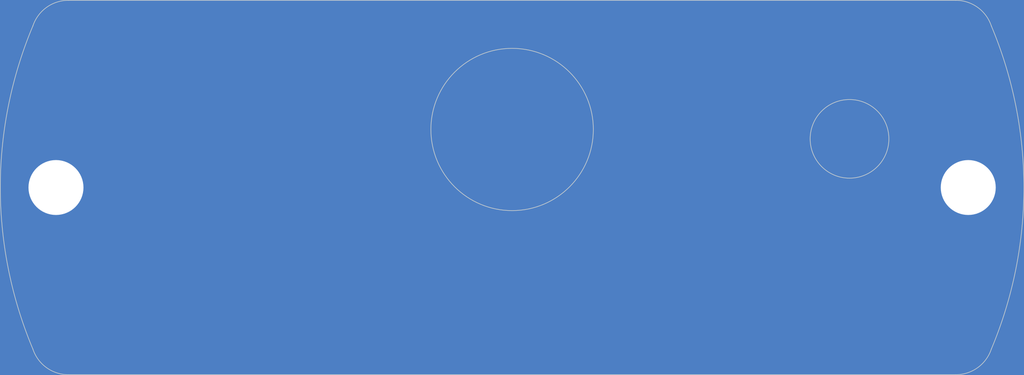
<source format=kicad_pcb>
(kicad_pcb (version 20171130) (host pcbnew "(5.1.6)-1")

  (general
    (thickness 1.6)
    (drawings 19)
    (tracks 2)
    (zones 0)
    (modules 0)
    (nets 1)
  )

  (page A4)
  (layers
    (0 F.Cu signal hide)
    (31 B.Cu signal hide)
    (32 B.Adhes user)
    (33 F.Adhes user)
    (34 B.Paste user)
    (35 F.Paste user)
    (36 B.SilkS user)
    (37 F.SilkS user)
    (38 B.Mask user)
    (39 F.Mask user)
    (40 Dwgs.User user)
    (41 Cmts.User user)
    (42 Eco1.User user)
    (43 Eco2.User user)
    (44 Edge.Cuts user)
    (45 Margin user)
    (46 B.CrtYd user)
    (47 F.CrtYd user)
    (48 B.Fab user)
    (49 F.Fab user)
  )

  (setup
    (last_trace_width 0.25)
    (user_trace_width 0.5)
    (user_trace_width 1)
    (trace_clearance 0.2)
    (zone_clearance 0.508)
    (zone_45_only no)
    (trace_min 0.2)
    (via_size 0.8)
    (via_drill 0.4)
    (via_min_size 0.4)
    (via_min_drill 0.3)
    (uvia_size 0.3)
    (uvia_drill 0.1)
    (uvias_allowed no)
    (uvia_min_size 0.2)
    (uvia_min_drill 0.1)
    (edge_width 0.05)
    (segment_width 0.2)
    (pcb_text_width 0.3)
    (pcb_text_size 1.5 1.5)
    (mod_edge_width 0.12)
    (mod_text_size 1 1)
    (mod_text_width 0.15)
    (pad_size 3 3)
    (pad_drill 1.6)
    (pad_to_mask_clearance 0.05)
    (aux_axis_origin 0 0)
    (visible_elements 7FFFFFFF)
    (pcbplotparams
      (layerselection 0x010f0_ffffffff)
      (usegerberextensions false)
      (usegerberattributes true)
      (usegerberadvancedattributes true)
      (creategerberjobfile true)
      (excludeedgelayer true)
      (linewidth 0.100000)
      (plotframeref false)
      (viasonmask true)
      (mode 1)
      (useauxorigin false)
      (hpglpennumber 1)
      (hpglpenspeed 20)
      (hpglpendiameter 15.000000)
      (psnegative false)
      (psa4output false)
      (plotreference false)
      (plotvalue false)
      (plotinvisibletext false)
      (padsonsilk false)
      (subtractmaskfromsilk false)
      (outputformat 1)
      (mirror false)
      (drillshape 0)
      (scaleselection 1)
      (outputdirectory "plots/front_panel"))
  )

  (net 0 "")

  (net_class Default "This is the default net class."
    (clearance 0.2)
    (trace_width 0.25)
    (via_dia 0.8)
    (via_drill 0.4)
    (uvia_dia 0.3)
    (uvia_drill 0.1)
  )

  (gr_text "OFF\n" (at 164.5 116.1) (layer F.Mask) (tstamp 5F3FE4CC)
    (effects (font (size 1 1) (thickness 0.15)))
  )
  (gr_text ON (at 164.5 106.1) (layer F.Mask) (tstamp 5F3FE4CC)
    (effects (font (size 1 1) (thickness 0.15)))
  )
  (gr_text "CUTOUT\n" (at 164.5 111.15) (layer F.Mask) (tstamp 5F3FE4CC)
    (effects (font (size 1 1) (thickness 0.15)))
  )
  (gr_circle (center 164.5 111.1) (end 167.65 111.1) (layer Edge.Cuts) (width 0.05))
  (gr_text "CUTOUT\n" (at 137.5 110.5) (layer F.Mask)
    (effects (font (size 1 1) (thickness 0.15)))
  )
  (gr_circle (center 137.5 110.35) (end 144 110.35) (layer Edge.Cuts) (width 0.05))
  (gr_text "OUTPUT\n" (at 137.5 123.8) (layer F.Mask) (tstamp 5F3FDE4E)
    (effects (font (size 3 3) (thickness 0.6)))
  )
  (gr_text "0.1 - 10 Hz Low Noise Amplifier" (at 137.5 128) (layer F.Mask)
    (effects (font (size 1 1) (thickness 0.2)))
  )
  (gr_poly (pts (xy 179 130.5) (xy 96 130.5) (xy 96 99.5) (xy 179 99.5)) (layer B.Cu) (width 0.1) (tstamp 5F3FDD34))
  (gr_poly (pts (xy 179 130.5) (xy 96 130.5) (xy 96 99.5) (xy 179 99.5)) (layer F.Cu) (width 0.1))
  (gr_circle (center 137.5 110.35) (end 144.5 110.35) (layer F.Mask) (width 4))
  (gr_arc (start 129.999421 114.998265) (end 99.153372 127.946947) (angle 45.5406599) (layer Edge.Cuts) (width 0.05) (tstamp 5F3FD408))
  (gr_arc (start 102 127) (end 102 130) (angle 71.6) (layer Edge.Cuts) (width 0.05))
  (gr_arc (start 102 103) (end 102 100) (angle -71.6) (layer Edge.Cuts) (width 0.05))
  (gr_arc (start 145 115) (end 175.846049 127.948682) (angle -45.5406599) (layer Edge.Cuts) (width 0.05))
  (gr_arc (start 173 103) (end 173 100) (angle 71.6) (layer Edge.Cuts) (width 0.05))
  (gr_arc (start 173 127) (end 173 130) (angle -71.56505118) (layer Edge.Cuts) (width 0.05))
  (gr_line (start 102 130) (end 173 130) (layer Edge.Cuts) (width 0.05))
  (gr_line (start 102 100) (end 173 100) (layer Edge.Cuts) (width 0.05))

  (via (at 174 115) (size 8) (drill 4.4) (layers F.Cu B.Cu) (net 0))
  (via (at 101 115) (size 8) (drill 4.4) (layers F.Cu B.Cu) (net 0) (tstamp 5F3FD630))

)

</source>
